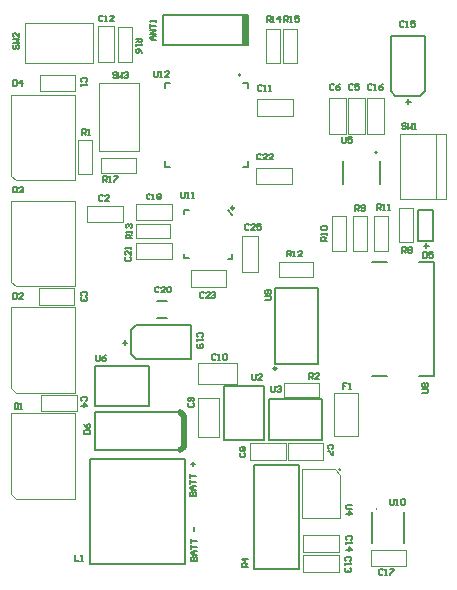
<source format=gto>
G04 Layer_Color=65535*
%FSLAX44Y44*%
%MOMM*%
G71*
G01*
G75*
%ADD52C,0.1750*%
%ADD53C,0.2540*%
%ADD54C,0.2000*%
%ADD55C,0.1000*%
%ADD56C,0.1270*%
%ADD57C,0.5000*%
%ADD58C,0.1500*%
G36*
X210064Y452300D02*
X205020D01*
Y477700D01*
X210064D01*
Y452300D01*
D02*
G37*
D52*
X319250Y361000D02*
G03*
X319250Y361000I-750J0D01*
G01*
D53*
X198000Y314000D02*
G03*
X198000Y314000I-1000J0D01*
G01*
X234000Y178000D02*
G03*
X234000Y178000I-1000J0D01*
G01*
D54*
X204000Y426500D02*
G03*
X204000Y426500I-1000J0D01*
G01*
X319250Y59300D02*
G03*
X319250Y59300I-500J0D01*
G01*
X193000Y312000D02*
X197000Y308000D01*
X193000Y271000D02*
X197000D01*
Y275000D01*
X156000Y272000D02*
X160000D01*
X156000D02*
Y275000D01*
Y309000D02*
Y312000D01*
X160000D01*
X81000Y109000D02*
X153000D01*
X81000Y141000D02*
X153000D01*
X81000Y113000D02*
Y141000D01*
Y109000D02*
Y113000D01*
X76500Y12750D02*
X156500D01*
Y101500D01*
X76500Y12750D02*
Y101500D01*
X156500D01*
X215000Y8500D02*
X228500D01*
X215000D02*
Y96500D01*
X253000D01*
Y8500D02*
Y96500D01*
X228500Y8500D02*
X253000D01*
X126000Y146000D02*
Y180000D01*
X81000D02*
X126000D01*
X81000Y146000D02*
Y180000D01*
Y146000D02*
X126000D01*
X106000Y200750D02*
Y202000D01*
Y198000D02*
Y200750D01*
X104000Y200000D02*
X108000D01*
X162000Y186000D02*
Y215000D01*
X115000D02*
X162000D01*
X111000Y211000D02*
X115000Y215000D01*
X111000Y190000D02*
Y211000D01*
Y190000D02*
X115000Y186000D01*
X162000D01*
X189500Y118000D02*
X223500D01*
Y163000D01*
X189500D02*
X223500D01*
X189500Y118000D02*
Y163000D01*
X133500Y235500D02*
X141500D01*
X133500Y220500D02*
X141500D01*
X233000Y182000D02*
X269000D01*
Y246000D01*
X233000D02*
X269000D01*
X233000Y182000D02*
Y246000D01*
X228000Y118000D02*
Y152000D01*
Y118000D02*
X273000D01*
Y152000D01*
X228000D02*
X273000D01*
X315500Y267900D02*
X328000D01*
X315500Y172100D02*
X328000D01*
X355200Y267900D02*
X368000D01*
Y172100D02*
Y267900D01*
X355200Y172100D02*
X368000D01*
X367000Y286000D02*
X367000Y286000D01*
X354000Y286000D02*
X367000D01*
X354000D02*
Y312000D01*
X367000D01*
Y286000D02*
Y312000D01*
X361000Y280000D02*
Y284000D01*
X359000Y282000D02*
X363000D01*
X344000Y404000D02*
X345250D01*
X348000D01*
X346000Y402000D02*
Y406000D01*
X331000Y460000D02*
X360000D01*
X331000Y413000D02*
Y460000D01*
Y413000D02*
X335000Y409000D01*
X356000D01*
X360000Y413000D01*
Y460000D01*
D55*
X289000Y92500D02*
G03*
X289000Y92500I-1250J0D01*
G01*
X247000Y334000D02*
Y348000D01*
X217000D02*
X247000D01*
X217000Y334000D02*
Y348000D01*
Y334000D02*
X247000D01*
X9900Y230100D02*
X64000D01*
X9900Y161500D02*
Y230100D01*
Y161500D02*
X13600Y157800D01*
X64000D01*
Y160000D01*
Y230100D01*
X9900Y320100D02*
X64000D01*
X9900Y251500D02*
Y320100D01*
Y251500D02*
X13600Y247800D01*
X64000D01*
Y250000D01*
Y320100D01*
X9900Y410100D02*
X64000D01*
X9900Y341500D02*
Y410100D01*
Y341500D02*
X13600Y337800D01*
X64000D01*
Y340000D01*
Y410100D01*
X325000Y377000D02*
Y407000D01*
X311000Y377000D02*
X325000D01*
X311000D02*
Y407000D01*
X325000D01*
X309000Y377000D02*
Y407000D01*
X295000Y377000D02*
X309000D01*
X295000D02*
Y407000D01*
X309000D01*
X293000Y377000D02*
Y407000D01*
X279000Y377000D02*
X293000D01*
X279000D02*
Y407000D01*
X293000D01*
X218000Y392000D02*
X248000D01*
X218000D02*
Y406000D01*
X248000D01*
Y392000D02*
Y406000D01*
X9900Y140100D02*
X64000D01*
X9900Y71500D02*
Y140100D01*
Y71500D02*
X13600Y67800D01*
X64000D01*
Y70000D01*
Y140100D01*
X35000Y156000D02*
X65000D01*
Y142000D02*
Y156000D01*
X35000Y142000D02*
X65000D01*
X35000D02*
Y156000D01*
X167750Y165000D02*
Y183000D01*
Y165000D02*
X200500D01*
Y183000D01*
X167750D02*
X200500D01*
X168000Y152750D02*
X186000D01*
X168000Y120000D02*
Y152750D01*
Y120000D02*
X186000D01*
Y152750D01*
X212000Y101000D02*
X242000D01*
X212000D02*
Y115000D01*
X242000D01*
Y101000D02*
Y115000D01*
X255750Y93000D02*
X283500D01*
X288250Y88250D01*
Y51250D02*
Y88250D01*
X255750Y51250D02*
Y93000D01*
Y51250D02*
X288250D01*
X244000Y115000D02*
X274000D01*
Y101000D02*
Y115000D01*
X244000Y101000D02*
X274000D01*
X244000D02*
Y115000D01*
X257000Y6000D02*
X287000D01*
X257000D02*
Y20000D01*
X287000D01*
Y6000D02*
Y20000D01*
X257000Y37000D02*
X287000D01*
Y23000D02*
Y37000D01*
X257000Y23000D02*
X287000D01*
X257000D02*
Y37000D01*
X314000Y10600D02*
X344000D01*
X314000D02*
Y24600D01*
X344000D01*
Y10600D02*
Y24600D01*
X283000Y157000D02*
X303000D01*
X283000Y121000D02*
Y157000D01*
Y121000D02*
X303000D01*
Y157000D01*
X241000Y166000D02*
X270000D01*
Y154000D02*
Y166000D01*
X241000Y154000D02*
X270000D01*
X241000D02*
Y166000D01*
X161500Y247500D02*
X191500D01*
X161500D02*
Y261500D01*
X191500D01*
Y247500D02*
Y261500D01*
X33000Y246000D02*
X63000D01*
Y232000D02*
Y246000D01*
X33000Y232000D02*
X63000D01*
X33000D02*
Y246000D01*
X115500Y284500D02*
X145500D01*
Y270500D02*
Y284500D01*
X115500Y270500D02*
X145500D01*
X115500D02*
Y284500D01*
Y300500D02*
X144500D01*
Y288500D02*
Y300500D01*
X115500Y288500D02*
X144500D01*
X115500D02*
Y300500D01*
X115500Y317500D02*
X145500D01*
Y303500D02*
Y317500D01*
X115500Y303500D02*
X145500D01*
X115500D02*
Y317500D01*
X74000Y302000D02*
X104000D01*
X74000D02*
Y316000D01*
X104000D01*
Y302000D02*
Y316000D01*
X205000Y260000D02*
Y290000D01*
X219000D01*
Y260000D02*
Y290000D01*
X205000Y260000D02*
X219000D01*
X236000Y256000D02*
X265000D01*
X236000D02*
Y268000D01*
X265000D01*
Y256000D02*
Y268000D01*
X293000Y278000D02*
Y307000D01*
X281000Y278000D02*
X293000D01*
X281000D02*
Y307000D01*
X293000D01*
X311000Y278000D02*
Y307000D01*
X299000Y278000D02*
X311000D01*
X299000D02*
Y307000D01*
X311000D01*
X329000Y278000D02*
Y307000D01*
X317000Y278000D02*
X329000D01*
X317000D02*
Y307000D01*
X329000D01*
X338000Y285000D02*
Y314000D01*
X350000D01*
Y285000D02*
Y314000D01*
X338000Y285000D02*
X350000D01*
X377400Y321900D02*
Y376400D01*
X377300Y321800D02*
X377400Y321900D01*
X339200Y321800D02*
X377300D01*
X339100Y321700D02*
X339200Y321800D01*
X339100Y376400D02*
X377400D01*
X339100Y321700D02*
Y376400D01*
X369400Y321800D02*
Y376400D01*
X86000Y344000D02*
Y356000D01*
Y344000D02*
X115000D01*
Y356000D01*
X86000D02*
X115000D01*
X66000Y343000D02*
Y372000D01*
X78000D01*
Y343000D02*
Y372000D01*
X66000Y343000D02*
X78000D01*
X118000Y362000D02*
Y420000D01*
X84000Y362000D02*
X118000D01*
X84000D02*
Y420000D01*
X118000D01*
X34000Y427000D02*
X64000D01*
Y413000D02*
Y427000D01*
X34000Y413000D02*
X64000D01*
X34000D02*
Y427000D01*
X21000Y437000D02*
X79000D01*
X21000D02*
Y471000D01*
X79000D01*
Y437000D02*
Y471000D01*
X83000Y438000D02*
Y468000D01*
X97000D01*
Y438000D02*
Y468000D01*
X83000Y438000D02*
X97000D01*
X100000Y467000D02*
X112000D01*
X100000Y438000D02*
Y467000D01*
Y438000D02*
X112000D01*
Y467000D01*
X225000Y437000D02*
Y466000D01*
X237000D01*
Y437000D02*
Y466000D01*
X225000Y437000D02*
X237000D01*
X240000D02*
Y466000D01*
X252000D01*
Y437000D02*
Y466000D01*
X240000Y437000D02*
X252000D01*
D56*
X321500Y334000D02*
Y354000D01*
X290500Y334000D02*
Y354000D01*
X206100Y420000D02*
X210500D01*
Y415600D02*
Y420000D01*
X139500D02*
X143900D01*
X139500Y415600D02*
Y420000D01*
Y349000D02*
X143900D01*
X139500D02*
Y353400D01*
X206100Y349000D02*
X210500D01*
Y353400D01*
X342600Y30300D02*
Y56300D01*
X314900Y30300D02*
Y56300D01*
X138500Y452300D02*
X210064D01*
X138500D02*
Y477700D01*
X210064D01*
Y452300D02*
Y477700D01*
D57*
X153000Y109000D02*
X156000Y112000D01*
Y138000D01*
X153000Y141000D02*
X156000Y138000D01*
D58*
X221348Y359265D02*
X220515Y360098D01*
X218849D01*
X218016Y359265D01*
Y355933D01*
X218849Y355100D01*
X220515D01*
X221348Y355933D01*
X226347Y355100D02*
X223014D01*
X226347Y358432D01*
Y359265D01*
X225514Y360098D01*
X223848D01*
X223014Y359265D01*
X231345Y355100D02*
X228013D01*
X231345Y358432D01*
Y359265D01*
X230512Y360098D01*
X228846D01*
X228013Y359265D01*
X130500Y430248D02*
Y426083D01*
X131333Y425250D01*
X132999D01*
X133832Y426083D01*
Y430248D01*
X135498Y425250D02*
X137164D01*
X136331D01*
Y430248D01*
X135498Y429415D01*
X142996Y425250D02*
X139664D01*
X142996Y428582D01*
Y429415D01*
X142163Y430248D01*
X140497D01*
X139664Y429415D01*
X87500Y335750D02*
Y340748D01*
X89999D01*
X90832Y339915D01*
Y338249D01*
X89999Y337416D01*
X87500D01*
X89166D02*
X90832Y335750D01*
X92498D02*
X94164D01*
X93331D01*
Y340748D01*
X92498Y339915D01*
X96664Y340748D02*
X99996D01*
Y339915D01*
X96664Y336583D01*
Y335750D01*
X115750Y457500D02*
X120748D01*
Y455001D01*
X119915Y454168D01*
X118249D01*
X117416Y455001D01*
Y457500D01*
Y455834D02*
X115750Y454168D01*
Y452502D02*
Y450835D01*
Y451669D01*
X120748D01*
X119915Y452502D01*
X120748Y445004D02*
X119915Y446670D01*
X118249Y448336D01*
X116583D01*
X115750Y447503D01*
Y445837D01*
X116583Y445004D01*
X117416D01*
X118249Y445837D01*
Y448336D01*
X132250Y456500D02*
X128918D01*
X127252Y458166D01*
X128918Y459832D01*
X132250D01*
X129751D01*
Y456500D01*
X132250Y461498D02*
X127252D01*
X132250Y464831D01*
X127252D01*
Y466497D02*
Y469829D01*
Y468163D01*
X132250D01*
Y471495D02*
Y473161D01*
Y472328D01*
X127252D01*
X128085Y471495D01*
X357502Y157500D02*
X361667D01*
X362500Y158333D01*
Y159999D01*
X361667Y160832D01*
X357502D01*
X358335Y162498D02*
X357502Y163331D01*
Y164998D01*
X358335Y165831D01*
X359168D01*
X360001Y164998D01*
X360834Y165831D01*
X361667D01*
X362500Y164998D01*
Y163331D01*
X361667Y162498D01*
X360834D01*
X360001Y163331D01*
X359168Y162498D01*
X358335D01*
X360001Y163331D02*
Y164998D01*
X330250Y67748D02*
Y63583D01*
X331083Y62750D01*
X332749D01*
X333582Y63583D01*
Y67748D01*
X335248Y62750D02*
X336914D01*
X336081D01*
Y67748D01*
X335248Y66915D01*
X339414D02*
X340247Y67748D01*
X341913D01*
X342746Y66915D01*
Y63583D01*
X341913Y62750D01*
X340247D01*
X339414Y63583D01*
Y66915D01*
X297998Y62500D02*
X293833D01*
X293000Y61667D01*
Y60001D01*
X293833Y59168D01*
X297998D01*
X293000Y55002D02*
X297998D01*
X295499Y57502D01*
Y54169D01*
X64000Y20498D02*
Y15500D01*
X67332D01*
X68998D02*
X70665D01*
X69831D01*
Y20498D01*
X68998Y19665D01*
X289644Y374322D02*
Y370157D01*
X290477Y369324D01*
X292143D01*
X292976Y370157D01*
Y374322D01*
X297975D02*
X294642D01*
Y371823D01*
X296309Y372656D01*
X297142D01*
X297975Y371823D01*
Y370157D01*
X297142Y369324D01*
X295476D01*
X294642Y370157D01*
X243000Y273000D02*
Y277998D01*
X245499D01*
X246332Y277165D01*
Y275499D01*
X245499Y274666D01*
X243000D01*
X244666D02*
X246332Y273000D01*
X247998D02*
X249664D01*
X248831D01*
Y277998D01*
X247998Y277165D01*
X255496Y273000D02*
X252164D01*
X255496Y276332D01*
Y277165D01*
X254663Y277998D01*
X252997D01*
X252164Y277165D01*
X294332Y165748D02*
X291000D01*
Y163249D01*
X292666D01*
X291000D01*
Y160750D01*
X295998D02*
X297665D01*
X296831D01*
Y165748D01*
X295998Y164915D01*
X11006Y242242D02*
Y237244D01*
X13505D01*
X14338Y238077D01*
Y241409D01*
X13505Y242242D01*
X11006D01*
X19337Y237244D02*
X16004D01*
X19337Y240576D01*
Y241409D01*
X18504Y242242D01*
X16838D01*
X16004Y241409D01*
X11006Y332158D02*
Y327160D01*
X13505D01*
X14338Y327993D01*
Y331325D01*
X13505Y332158D01*
X11006D01*
X16004Y331325D02*
X16838Y332158D01*
X18504D01*
X19337Y331325D01*
Y330492D01*
X18504Y329659D01*
X17671D01*
X18504D01*
X19337Y328826D01*
Y327993D01*
X18504Y327160D01*
X16838D01*
X16004Y327993D01*
X11006Y422074D02*
Y417076D01*
X13505D01*
X14338Y417909D01*
Y421241D01*
X13505Y422074D01*
X11006D01*
X18504Y417076D02*
Y422074D01*
X16004Y419575D01*
X19337D01*
X81750Y189498D02*
Y185333D01*
X82583Y184500D01*
X84249D01*
X85082Y185333D01*
Y189498D01*
X90081D02*
X88414Y188665D01*
X86748Y186999D01*
Y185333D01*
X87581Y184500D01*
X89248D01*
X90081Y185333D01*
Y186166D01*
X89248Y186999D01*
X86748D01*
X153754Y327840D02*
Y323675D01*
X154587Y322842D01*
X156253D01*
X157086Y323675D01*
Y327840D01*
X158752Y322842D02*
X160419D01*
X159586D01*
Y327840D01*
X158752Y327007D01*
X162918Y322842D02*
X164584D01*
X163751D01*
Y327840D01*
X162918Y327007D01*
X343832Y384915D02*
X342999Y385748D01*
X341333D01*
X340500Y384915D01*
Y384082D01*
X341333Y383249D01*
X342999D01*
X343832Y382416D01*
Y381583D01*
X342999Y380750D01*
X341333D01*
X340500Y381583D01*
X345498Y385748D02*
Y380750D01*
X347164Y382416D01*
X348831Y380750D01*
Y385748D01*
X350497Y380750D02*
X352163D01*
X351330D01*
Y385748D01*
X350497Y384915D01*
X210250Y9750D02*
X205252D01*
Y12249D01*
X206085Y13082D01*
X207751D01*
X208584Y12249D01*
Y9750D01*
Y11416D02*
X210250Y13082D01*
Y17248D02*
X205252D01*
X207751Y14748D01*
Y18081D01*
X301000Y311750D02*
Y316748D01*
X303499D01*
X304332Y315915D01*
Y314249D01*
X303499Y313416D01*
X301000D01*
X302666D02*
X304332Y311750D01*
X305998Y312583D02*
X306831Y311750D01*
X308498D01*
X309331Y312583D01*
Y315915D01*
X308498Y316748D01*
X306831D01*
X305998Y315915D01*
Y315082D01*
X306831Y314249D01*
X309331D01*
X276750Y286000D02*
X271752D01*
Y288499D01*
X272585Y289332D01*
X274251D01*
X275084Y288499D01*
Y286000D01*
Y287666D02*
X276750Y289332D01*
Y290998D02*
Y292665D01*
Y291831D01*
X271752D01*
X272585Y290998D01*
Y295164D02*
X271752Y295997D01*
Y297663D01*
X272585Y298496D01*
X275917D01*
X276750Y297663D01*
Y295997D01*
X275917Y295164D01*
X272585D01*
X319500Y312250D02*
Y317248D01*
X321999D01*
X322832Y316415D01*
Y314749D01*
X321999Y313916D01*
X319500D01*
X321166D02*
X322832Y312250D01*
X324498D02*
X326165D01*
X325331D01*
Y317248D01*
X324498Y316415D01*
X328664Y312250D02*
X330330D01*
X329497D01*
Y317248D01*
X328664Y316415D01*
X340500Y275750D02*
Y280748D01*
X342999D01*
X343832Y279915D01*
Y278249D01*
X342999Y277416D01*
X340500D01*
X342166D02*
X343832Y275750D01*
X345498Y279915D02*
X346331Y280748D01*
X347998D01*
X348831Y279915D01*
Y279082D01*
X347998Y278249D01*
X348831Y277416D01*
Y276583D01*
X347998Y275750D01*
X346331D01*
X345498Y276583D01*
Y277416D01*
X346331Y278249D01*
X345498Y279082D01*
Y279915D01*
X346331Y278249D02*
X347998D01*
X111750Y288250D02*
X106752D01*
Y290749D01*
X107585Y291582D01*
X109251D01*
X110084Y290749D01*
Y288250D01*
Y289916D02*
X111750Y291582D01*
Y293248D02*
Y294914D01*
Y294081D01*
X106752D01*
X107585Y293248D01*
Y297414D02*
X106752Y298247D01*
Y299913D01*
X107585Y300746D01*
X108418D01*
X109251Y299913D01*
Y299080D01*
Y299913D01*
X110084Y300746D01*
X110917D01*
X111750Y299913D01*
Y298247D01*
X110917Y297414D01*
X12500Y148998D02*
Y144000D01*
X14999D01*
X15832Y144833D01*
Y148165D01*
X14999Y148998D01*
X12500D01*
X17498Y144000D02*
X19165D01*
X18331D01*
Y148998D01*
X17498Y148165D01*
X71252Y123000D02*
X76250D01*
Y125499D01*
X75417Y126332D01*
X72085D01*
X71252Y125499D01*
Y123000D01*
Y131331D02*
X72085Y129664D01*
X73751Y127998D01*
X75417D01*
X76250Y128831D01*
Y130498D01*
X75417Y131331D01*
X74584D01*
X73751Y130498D01*
Y127998D01*
X170915Y204668D02*
X171748Y205501D01*
Y207167D01*
X170915Y208000D01*
X167583D01*
X166750Y207167D01*
Y205501D01*
X167583Y204668D01*
X166750Y203002D02*
Y201336D01*
Y202169D01*
X171748D01*
X170915Y203002D01*
X167583Y198836D02*
X166750Y198003D01*
Y196337D01*
X167583Y195504D01*
X170915D01*
X171748Y196337D01*
Y198003D01*
X170915Y198836D01*
X170082D01*
X169249Y198003D01*
Y195504D01*
X134832Y246665D02*
X133999Y247498D01*
X132333D01*
X131500Y246665D01*
Y243333D01*
X132333Y242500D01*
X133999D01*
X134832Y243333D01*
X139831Y242500D02*
X136498D01*
X139831Y245832D01*
Y246665D01*
X138997Y247498D01*
X137331D01*
X136498Y246665D01*
X141497D02*
X142330Y247498D01*
X143996D01*
X144829Y246665D01*
Y243333D01*
X143996Y242500D01*
X142330D01*
X141497Y243333D01*
Y246665D01*
X296665Y14918D02*
X297498Y15751D01*
Y17417D01*
X296665Y18250D01*
X293333D01*
X292500Y17417D01*
Y15751D01*
X293333Y14918D01*
X292500Y13252D02*
Y11586D01*
Y12419D01*
X297498D01*
X296665Y13252D01*
Y9086D02*
X297498Y8253D01*
Y6587D01*
X296665Y5754D01*
X295832D01*
X294999Y6587D01*
Y7420D01*
Y6587D01*
X294166Y5754D01*
X293333D01*
X292500Y6587D01*
Y8253D01*
X293333Y9086D01*
X297165Y32918D02*
X297998Y33751D01*
Y35417D01*
X297165Y36250D01*
X293833D01*
X293000Y35417D01*
Y33751D01*
X293833Y32918D01*
X293000Y31252D02*
Y29585D01*
Y30419D01*
X297998D01*
X297165Y31252D01*
X293000Y24587D02*
X297998D01*
X295499Y27086D01*
Y23754D01*
X315328Y418193D02*
X314495Y419026D01*
X312829D01*
X311996Y418193D01*
Y414861D01*
X312829Y414028D01*
X314495D01*
X315328Y414861D01*
X316994Y414028D02*
X318661D01*
X317827D01*
Y419026D01*
X316994Y418193D01*
X324492Y419026D02*
X322826Y418193D01*
X321160Y416527D01*
Y414861D01*
X321993Y414028D01*
X323659D01*
X324492Y414861D01*
Y415694D01*
X323659Y416527D01*
X321160D01*
X172582Y242165D02*
X171749Y242998D01*
X170083D01*
X169250Y242165D01*
Y238833D01*
X170083Y238000D01*
X171749D01*
X172582Y238833D01*
X177581Y238000D02*
X174248D01*
X177581Y241332D01*
Y242165D01*
X176748Y242998D01*
X175081D01*
X174248Y242165D01*
X179247D02*
X180080Y242998D01*
X181746D01*
X182579Y242165D01*
Y241332D01*
X181746Y240499D01*
X180913D01*
X181746D01*
X182579Y239666D01*
Y238833D01*
X181746Y238000D01*
X180080D01*
X179247Y238833D01*
X210832Y299665D02*
X209999Y300498D01*
X208333D01*
X207500Y299665D01*
Y296333D01*
X208333Y295500D01*
X209999D01*
X210832Y296333D01*
X215831Y295500D02*
X212498D01*
X215831Y298832D01*
Y299665D01*
X214998Y300498D01*
X213331D01*
X212498Y299665D01*
X220829Y300498D02*
X217497D01*
Y297999D01*
X219163Y298832D01*
X219996D01*
X220829Y297999D01*
Y296333D01*
X219996Y295500D01*
X218330D01*
X217497Y296333D01*
X213500Y173498D02*
Y169333D01*
X214333Y168500D01*
X215999D01*
X216832Y169333D01*
Y173498D01*
X221831Y168500D02*
X218498D01*
X221831Y171832D01*
Y172665D01*
X220998Y173498D01*
X219331D01*
X218498Y172665D01*
X229750Y162998D02*
Y158833D01*
X230583Y158000D01*
X232249D01*
X233082Y158833D01*
Y162998D01*
X234748Y162165D02*
X235581Y162998D01*
X237248D01*
X238081Y162165D01*
Y161332D01*
X237248Y160499D01*
X236415D01*
X237248D01*
X238081Y159666D01*
Y158833D01*
X237248Y158000D01*
X235581D01*
X234748Y158833D01*
X240876Y471206D02*
Y476204D01*
X243375D01*
X244208Y475371D01*
Y473705D01*
X243375Y472872D01*
X240876D01*
X242542D02*
X244208Y471206D01*
X245874D02*
X247541D01*
X246707D01*
Y476204D01*
X245874Y475371D01*
X253372Y476204D02*
X250040D01*
Y473705D01*
X251706Y474538D01*
X252539D01*
X253372Y473705D01*
Y472039D01*
X252539Y471206D01*
X250873D01*
X250040Y472039D01*
X225890Y471206D02*
Y476204D01*
X228389D01*
X229222Y475371D01*
Y473705D01*
X228389Y472872D01*
X225890D01*
X227556D02*
X229222Y471206D01*
X230888D02*
X232555D01*
X231721D01*
Y476204D01*
X230888Y475371D01*
X237553Y471206D02*
Y476204D01*
X235054Y473705D01*
X238386D01*
X342332Y471415D02*
X341499Y472248D01*
X339833D01*
X339000Y471415D01*
Y468083D01*
X339833Y467250D01*
X341499D01*
X342332Y468083D01*
X343998Y467250D02*
X345664D01*
X344831D01*
Y472248D01*
X343998Y471415D01*
X351496Y472248D02*
X348164D01*
Y469749D01*
X349830Y470582D01*
X350663D01*
X351496Y469749D01*
Y468083D01*
X350663Y467250D01*
X348997D01*
X348164Y468083D01*
X182832Y189665D02*
X181999Y190498D01*
X180333D01*
X179500Y189665D01*
Y186333D01*
X180333Y185500D01*
X181999D01*
X182832Y186333D01*
X184498Y185500D02*
X186164D01*
X185331D01*
Y190498D01*
X184498Y189665D01*
X188664D02*
X189497Y190498D01*
X191163D01*
X191996Y189665D01*
Y186333D01*
X191163Y185500D01*
X189497D01*
X188664Y186333D01*
Y189665D01*
X160085Y148582D02*
X159252Y147749D01*
Y146083D01*
X160085Y145250D01*
X163417D01*
X164250Y146083D01*
Y147749D01*
X163417Y148582D01*
Y150248D02*
X164250Y151081D01*
Y152747D01*
X163417Y153581D01*
X160085D01*
X159252Y152747D01*
Y151081D01*
X160085Y150248D01*
X160918D01*
X161751Y151081D01*
Y153581D01*
X12335Y452082D02*
X11502Y451249D01*
Y449583D01*
X12335Y448750D01*
X13168D01*
X14001Y449583D01*
Y451249D01*
X14834Y452082D01*
X15667D01*
X16500Y451249D01*
Y449583D01*
X15667Y448750D01*
X11502Y453748D02*
X16500D01*
X14834Y455415D01*
X16500Y457081D01*
X11502D01*
X16500Y462079D02*
Y458747D01*
X13168Y462079D01*
X12335D01*
X11502Y461246D01*
Y459580D01*
X12335Y458747D01*
X98832Y428415D02*
X97999Y429248D01*
X96333D01*
X95500Y428415D01*
Y427582D01*
X96333Y426749D01*
X97999D01*
X98832Y425916D01*
Y425083D01*
X97999Y424250D01*
X96333D01*
X95500Y425083D01*
X100498Y429248D02*
Y424250D01*
X102164Y425916D01*
X103831Y424250D01*
Y429248D01*
X105497Y428415D02*
X106330Y429248D01*
X107996D01*
X108829Y428415D01*
Y427582D01*
X107996Y426749D01*
X107163D01*
X107996D01*
X108829Y425916D01*
Y425083D01*
X107996Y424250D01*
X106330D01*
X105497Y425083D01*
X69750Y376250D02*
Y381248D01*
X72249D01*
X73082Y380415D01*
Y378749D01*
X72249Y377916D01*
X69750D01*
X71416D02*
X73082Y376250D01*
X74748D02*
X76414D01*
X75581D01*
Y381248D01*
X74748Y380415D01*
X261750Y169250D02*
Y174248D01*
X264249D01*
X265082Y173415D01*
Y171749D01*
X264249Y170916D01*
X261750D01*
X263416D02*
X265082Y169250D01*
X270081D02*
X266748D01*
X270081Y172582D01*
Y173415D01*
X269247Y174248D01*
X267581D01*
X266748Y173415D01*
X73165Y420418D02*
X73998Y421251D01*
Y422917D01*
X73165Y423750D01*
X69833D01*
X69000Y422917D01*
Y421251D01*
X69833Y420418D01*
X69000Y418752D02*
Y417085D01*
Y417919D01*
X73998D01*
X73165Y418752D01*
X87582Y323915D02*
X86749Y324748D01*
X85083D01*
X84250Y323915D01*
Y320583D01*
X85083Y319750D01*
X86749D01*
X87582Y320583D01*
X92581Y319750D02*
X89248D01*
X92581Y323082D01*
Y323915D01*
X91748Y324748D01*
X90081D01*
X89248Y323915D01*
X72665Y239918D02*
X73498Y240751D01*
Y242417D01*
X72665Y243250D01*
X69333D01*
X68500Y242417D01*
Y240751D01*
X69333Y239918D01*
X72665Y238252D02*
X73498Y237419D01*
Y235753D01*
X72665Y234919D01*
X71832D01*
X70999Y235753D01*
Y236586D01*
Y235753D01*
X70166Y234919D01*
X69333D01*
X68500Y235753D01*
Y237419D01*
X69333Y238252D01*
X72915Y150668D02*
X73748Y151501D01*
Y153167D01*
X72915Y154000D01*
X69583D01*
X68750Y153167D01*
Y151501D01*
X69583Y150668D01*
X68750Y146503D02*
X73748D01*
X71249Y149002D01*
Y145669D01*
X299326Y418193D02*
X298493Y419026D01*
X296827D01*
X295994Y418193D01*
Y414861D01*
X296827Y414028D01*
X298493D01*
X299326Y414861D01*
X304325Y419026D02*
X300992D01*
Y416527D01*
X302659Y417360D01*
X303492D01*
X304325Y416527D01*
Y414861D01*
X303492Y414028D01*
X301826D01*
X300992Y414861D01*
X283324Y418193D02*
X282491Y419026D01*
X280825D01*
X279992Y418193D01*
Y414861D01*
X280825Y414028D01*
X282491D01*
X283324Y414861D01*
X288323Y419026D02*
X286657Y418193D01*
X284990Y416527D01*
Y414861D01*
X285823Y414028D01*
X287490D01*
X288323Y414861D01*
Y415694D01*
X287490Y416527D01*
X284990D01*
X281665Y109668D02*
X282498Y110501D01*
Y112167D01*
X281665Y113000D01*
X278333D01*
X277500Y112167D01*
Y110501D01*
X278333Y109668D01*
X282498Y108002D02*
Y104669D01*
X281665D01*
X278333Y108002D01*
X277500D01*
X203835Y106832D02*
X203002Y105999D01*
Y104333D01*
X203835Y103500D01*
X207167D01*
X208000Y104333D01*
Y105999D01*
X207167Y106832D01*
X203835Y108498D02*
X203002Y109331D01*
Y110997D01*
X203835Y111831D01*
X204668D01*
X205501Y110997D01*
X206334Y111831D01*
X207167D01*
X208000Y110997D01*
Y109331D01*
X207167Y108498D01*
X206334D01*
X205501Y109331D01*
X204668Y108498D01*
X203835D01*
X205501Y109331D02*
Y110997D01*
X222364Y417177D02*
X221531Y418010D01*
X219865D01*
X219032Y417177D01*
Y413845D01*
X219865Y413012D01*
X221531D01*
X222364Y413845D01*
X224030Y413012D02*
X225697D01*
X224863D01*
Y418010D01*
X224030Y417177D01*
X228196Y413012D02*
X229862D01*
X229029D01*
Y418010D01*
X228196Y417177D01*
X87582Y476165D02*
X86749Y476998D01*
X85083D01*
X84250Y476165D01*
Y472833D01*
X85083Y472000D01*
X86749D01*
X87582Y472833D01*
X89248Y472000D02*
X90914D01*
X90081D01*
Y476998D01*
X89248Y476165D01*
X96746Y472000D02*
X93414D01*
X96746Y475332D01*
Y476165D01*
X95913Y476998D01*
X94247D01*
X93414Y476165D01*
X324332Y7415D02*
X323499Y8248D01*
X321833D01*
X321000Y7415D01*
Y4083D01*
X321833Y3250D01*
X323499D01*
X324332Y4083D01*
X325998Y3250D02*
X327664D01*
X326831D01*
Y8248D01*
X325998Y7415D01*
X330164Y8248D02*
X333496D01*
Y7415D01*
X330164Y4083D01*
Y3250D01*
X127582Y325415D02*
X126749Y326248D01*
X125083D01*
X124250Y325415D01*
Y322083D01*
X125083Y321250D01*
X126749D01*
X127582Y322083D01*
X129248Y321250D02*
X130914D01*
X130081D01*
Y326248D01*
X129248Y325415D01*
X133414D02*
X134247Y326248D01*
X135913D01*
X136746Y325415D01*
Y324582D01*
X135913Y323749D01*
X136746Y322916D01*
Y322083D01*
X135913Y321250D01*
X134247D01*
X133414Y322083D01*
Y322916D01*
X134247Y323749D01*
X133414Y324582D01*
Y325415D01*
X134247Y323749D02*
X135913D01*
X106585Y272582D02*
X105752Y271749D01*
Y270083D01*
X106585Y269250D01*
X109917D01*
X110750Y270083D01*
Y271749D01*
X109917Y272582D01*
X110750Y277581D02*
Y274248D01*
X107418Y277581D01*
X106585D01*
X105752Y276748D01*
Y275081D01*
X106585Y274248D01*
X110750Y279247D02*
Y280913D01*
Y280080D01*
X105752D01*
X106585Y279247D01*
X224252Y236250D02*
X228417D01*
X229250Y237083D01*
Y238749D01*
X228417Y239582D01*
X224252D01*
X228417Y241248D02*
X229250Y242081D01*
Y243748D01*
X228417Y244581D01*
X225085D01*
X224252Y243748D01*
Y242081D01*
X225085Y241248D01*
X225918D01*
X226751Y242081D01*
Y244581D01*
X358250Y276748D02*
Y271750D01*
X360749D01*
X361582Y272583D01*
Y275915D01*
X360749Y276748D01*
X358250D01*
X366581D02*
X363248D01*
Y274249D01*
X364915Y275082D01*
X365748D01*
X366581Y274249D01*
Y272583D01*
X365748Y271750D01*
X364081D01*
X363248Y272583D01*
X161252Y70250D02*
X166250D01*
Y72749D01*
X165417Y73582D01*
X164584D01*
X163751Y72749D01*
Y70250D01*
Y72749D01*
X162918Y73582D01*
X162085D01*
X161252Y72749D01*
Y70250D01*
X166250Y75248D02*
X162918D01*
X161252Y76915D01*
X162918Y78581D01*
X166250D01*
X163751D01*
Y75248D01*
X161252Y80247D02*
Y83579D01*
Y81913D01*
X166250D01*
X161252Y85245D02*
Y88577D01*
Y86911D01*
X166250D01*
X163751Y95242D02*
Y98574D01*
X162085Y96908D02*
X165417D01*
X162002Y15250D02*
X167000D01*
Y17749D01*
X166167Y18582D01*
X165334D01*
X164501Y17749D01*
Y15250D01*
Y17749D01*
X163668Y18582D01*
X162835D01*
X162002Y17749D01*
Y15250D01*
X167000Y20248D02*
X163668D01*
X162002Y21915D01*
X163668Y23581D01*
X167000D01*
X164501D01*
Y20248D01*
X162002Y25247D02*
Y28579D01*
Y26913D01*
X167000D01*
X162002Y30245D02*
Y33577D01*
Y31911D01*
X167000D01*
X164501Y40242D02*
Y43574D01*
M02*

</source>
